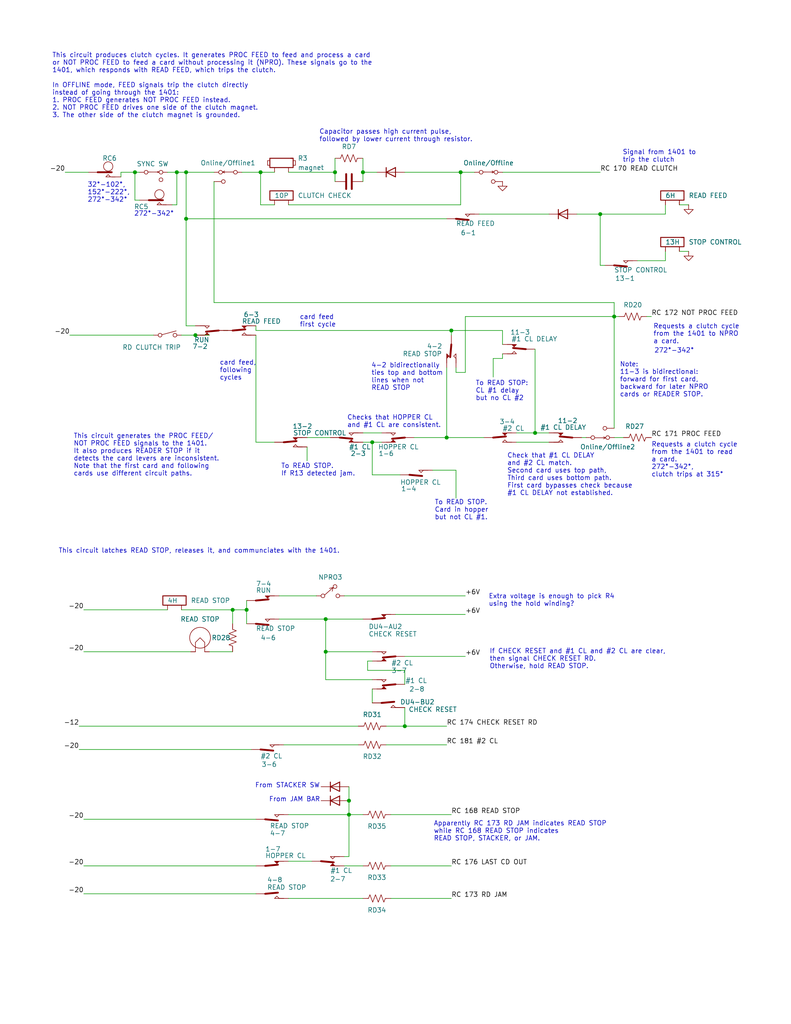
<source format=kicad_sch>
(kicad_sch (version 20231120) (generator "eeschema") (generator_version "8.0")
  (paper "USLetter" portrait)
  (title_block (title "IBM 1402 Clutch, Read Stop") (date "2024-02-26") (rev "0.1") (comment 1 "Ken Shirriff"))
  (lib_symbols
    (symbol "Device:C" (pin_numbers hide) (pin_names (offset 0.254))
      (property "Reference" "C" (at 0.635 2.54 0))
      (property "Value" "C" (at 0.635 -2.54 0))
      (symbol "C_0_1"
        (polyline (pts (xy -2.032 -0.762) (xy 2.032 -0.762)) (stroke (width 0.508)))
        (polyline (pts (xy -2.032 0.762) (xy 2.032 0.762)) (stroke (width 0.508)))
      )
      (symbol "C_1_1"
        (pin passive line (at 0 3.81 270) (length 2.794) (name "~") (number "1"))
        (pin passive line (at 0 -3.81 90) (length 2.794) (name "~") (number "2"))
      )
    )
    (symbol "Device:R_US" (pin_numbers hide) (pin_names (offset 0))
      (property "Reference" "R" (at 2.54 0 90))
      (property "Value" "R_US" (at -2.54 0 90))
      (symbol "R_US_0_1"
        (polyline (pts (xy 0 -2.286) (xy 0 -2.54)))
        (polyline (pts (xy 0 2.286) (xy 0 2.54)))
        (polyline (pts (xy 0 -0.762) (xy 1.016 -1.143) (xy 0 -1.524) (xy -1.016 -1.905) (xy 0 -2.286)))
        (polyline (pts (xy 0 0.762) (xy 1.016 0.381) (xy 0 0) (xy -1.016 -0.381) (xy 0 -0.762)))
        (polyline (pts (xy 0 2.286) (xy 1.016 1.905) (xy 0 1.524) (xy -1.016 1.143) (xy 0 0.762)))
      )
      (symbol "R_US_1_1"
        (pin passive line (at 0 3.81 270) (length 1.27) (name "~") (number "1"))
        (pin passive line (at 0 -3.81 90) (length 1.27) (name "~") (number "2"))
      )
    )
    (symbol "Diode:1N4148W" (pin_numbers hide) (pin_names hide)
      (property "Reference" "D" (at 0 2.54 0))
      (property "Value" "1N4148W" (at 0 -2.54 0))
      (symbol "1N4148W_0_1"
        (polyline (pts (xy -1.27 1.27) (xy -1.27 -1.27)) (stroke (width 0.254)))
        (polyline (pts (xy 1.27 0) (xy -1.27 0)))
        (polyline (pts (xy 1.27 1.27) (xy 1.27 -1.27) (xy -1.27 0) (xy 1.27 1.27)) (stroke (width 0.254)))
      )
      (symbol "1N4148W_1_1"
        (pin passive line (at -3.81 0 0) (length 2.54) (name "K") (number "1"))
        (pin passive line (at 3.81 0 180) (length 2.54) (name "A") (number "2"))
      )
    )
    (symbol "ibm:GND" (power) (pin_names (offset 0))
      (symbol "GND_0_1"
        (polyline (pts (xy 0 0) (xy 0 -1.27) (xy 1.27 -1.27) (xy 0 -2.54) (xy -1.27 -1.27) (xy 0 -1.27)))
      )
      (symbol "GND_1_1"
        (pin passive line (at 0 0 0) (length 0) (name "") (number ""))
      )
    )
    (symbol "ibm:bulb" (pin_numbers hide) (pin_names (offset 0) hide)
      (property "Reference" "B" (at -2.54 5.08 0))
      (property "Value" "bulb" (at -2.54 2.54 0))
      (symbol "bulb_0_1"
        (polyline (pts (xy -1.27 -1.27) (xy -1.27 1.27) (xy 0 2.54) (xy 1.27 1.27) (xy 1.27 -1.27)))
        (circle (center 0 2.54) (radius 2.8398))
      )
      (symbol "bulb_1_1"
        (pin passive line (at -2.54 -1.27 0) (length 1.27) (name "~") (number "1"))
        (pin passive line (at 2.54 -1.27 180) (length 1.27) (name "~") (number "2"))
      )
    )
    (symbol "ibm:cam" (pin_numbers hide) (pin_names (offset 0) hide)
      (symbol "cam_0_0"
        (polyline (pts (xy 8.5632 -1.2675) (xy 6.0232 -1.2675) (xy 6.6582 -0.6325) (xy 7.2932 -1.2675)))
      )
      (symbol "cam_0_1"
        (polyline (pts (xy 3.81 0) (xy 7.62 0)) (stroke (width 0.508)))
        (circle (center 6.6753 1.5881) (radius 1.27))
      )
      (symbol "cam_1_1"
        (pin passive line (at 1.27 0 0) (length 2.54) (name "~") (number "1"))
        (pin passive line (at 10.16 -1.27 180) (length 2.54) (name "~") (number "3"))
      )
    )
    (symbol "ibm:magnet" (pin_numbers hide) (pin_names (offset 0) hide)
      (property "Reference" "R" (at -2.54 5.08 0))
      (property "Value" "magnet" (at -2.54 2.54 0))
      (symbol "magnet_0_1"
        (rectangle (start -3.81 1.27) (end 2.54 -1.27) (stroke (width 0.254)))
        (polyline (pts (xy 1.905 1.27) (xy 2.54 1.27)) (stroke (width 0.254)))
        (polyline (pts (xy -3.81 0.635) (xy -4.445 0.635) (xy -4.445 -0.635) (xy -3.81 -0.635)))
        (polyline (pts (xy 2.54 0.635) (xy 3.175 0.635) (xy 3.175 -0.635) (xy 2.54 -0.635)))
      )
      (symbol "magnet_1_1"
        (pin passive line (at -2.54 -2.54 90) (length 1.27) (name "~") (number "1"))
        (pin passive line (at 1.27 -2.54 90) (length 1.27) (name "~") (number "2"))
      )
    )
    (symbol "ibm:relay-NC" (pin_numbers hide) (pin_names (offset 0) hide)
      (symbol "relay-NC_0_0"
        (polyline (pts (xy 8.89 1.27) (xy 6.35 1.27) (xy 6.985 0.635) (xy 7.62 1.27)) (fill (type outline)))
      )
      (symbol "relay-NC_0_1"
        (polyline (pts (xy 3.81 0) (xy 7.2603 0.3121)) (stroke (width 0.508)))
      )
      (symbol "relay-NC_1_1"
        (pin passive line (at 1.27 0 0) (length 2.54) (name "~") (number "1"))
        (pin passive line (at 10.16 1.27 180) (length 2.54) (name "~") (number "2"))
      )
    )
    (symbol "ibm:relay-NO" (pin_numbers hide) (pin_names (offset 0) hide)
      (symbol "relay-NO_0_0"
        (polyline (pts (xy 8.89 -1.27) (xy 6.35 -1.27) (xy 6.985 -0.635) (xy 7.62 -1.27)))
      )
      (symbol "relay-NO_0_1"
        (polyline (pts (xy 3.81 0) (xy 7.2603 0.3121)) (stroke (width 0.508)))
      )
      (symbol "relay-NO_1_1"
        (pin passive line (at 1.27 0 0) (length 2.54) (name "~") (number "1"))
        (pin passive line (at 10.16 -1.27 180) (length 2.54) (name "~") (number "3"))
      )
    )
    (symbol "ibm:relay-NONC" (pin_numbers hide) (pin_names (offset 0) hide)
      (symbol "relay-NONC_0_0"
        (polyline (pts (xy 8.89 -1.27) (xy 6.35 -1.27) (xy 6.985 -0.635) (xy 7.62 -1.27)))
        (polyline (pts (xy 8.89 1.27) (xy 6.35 1.27) (xy 6.985 0.635) (xy 7.62 1.27)) (fill (type outline)))
      )
      (symbol "relay-NONC_0_1"
        (polyline (pts (xy 3.81 0) (xy 7.2603 0.3121)) (stroke (width 0.508)))
      )
      (symbol "relay-NONC_1_1"
        (pin passive line (at 1.27 0 0) (length 2.54) (name "~") (number "1"))
        (pin passive line (at 10.16 1.27 180) (length 2.54) (name "~") (number "2"))
        (pin passive line (at 10.16 -1.27 180) (length 2.54) (name "~") (number "3"))
      )
    )
    (symbol "ibm:relay-coil" (pin_numbers hide) (pin_names (offset 0) hide)
      (property "Reference" "R" (at -2.54 5.08 0))
      (property "Value" "relay-coil" (at -2.54 2.54 0))
      (symbol "relay-coil_0_1"
        (rectangle (start -3.81 1.27) (end 2.54 -1.27) (stroke (width 0.254)))
        (polyline (pts (xy 1.905 1.27) (xy 2.54 1.27)) (stroke (width 0.254)))
      )
      (symbol "relay-coil_1_1"
        (pin passive line (at -2.54 -2.54 90) (length 1.27) (name "~") (number "1"))
        (pin passive line (at 1.27 -2.54 90) (length 1.27) (name "~") (number "2"))
      )
    )
    (symbol "ibm:switch" (pin_names (offset 0) hide)
      (property "Reference" "SW" (at 0 3.81 0))
      (symbol "switch_0_0"
        (circle (center -2.032 0) (radius 0.508))
        (polyline (pts (xy -1.524 0.127) (xy 2.3622 1.1684)))
        (circle (center 2.032 0) (radius 0.508))
      )
      (symbol "switch_0_1"
        (polyline (pts (xy -3.81 0) (xy -2.54 0)))
        (polyline (pts (xy 3.81 0) (xy 2.54 0)))
      )
      (symbol "switch_1_1"
        (pin passive line (at -3.81 0 0) (length 0) (name "~") (number ""))
        (pin passive line (at 3.81 0 180) (length 0) (name "~") (number ""))
      )
    )
    (symbol "ibm:switch-NO"
      (property "Reference" "U" (at 0 0 0))
      (symbol "switch-NO_0_0"
        (circle (center -2.032 0) (radius 0.508))
        (polyline (pts (xy -1.5529 0.2315) (xy 0.762 2.286)))
        (circle (center 1.27 2.54) (radius 0.508))
        (circle (center 2.032 0) (radius 0.508))
      )
      (symbol "switch-NO_0_1"
        (polyline (pts (xy -3.81 0) (xy -2.54 0)))
        (polyline (pts (xy 0.762 2.286) (xy -0.254 2.032)))
        (polyline (pts (xy 0.762 2.286) (xy 0.508 1.27)))
        (polyline (pts (xy 3.81 0) (xy 2.54 0)))
      )
      (symbol "switch-NO_1_1"
        (pin passive line (at -3.81 0 0) (length 0) (name "~") (number ""))
        (pin passive line (at 3.81 0 180) (length 0) (name "~") (number ""))
      )
    )
    (symbol "ibm:switch_NC" (pin_names (offset 0) hide)
      (property "Reference" "SW" (at 0 3.81 0))
      (symbol "switch_NC_0_0"
        (circle (center -2.032 0) (radius 0.508))
        (polyline (pts (xy -1.522 0.0565) (xy 1.4768 0.051)))
        (circle (center 2.0255 -2.0414) (radius 0.508))
        (circle (center 2.032 0) (radius 0.508))
      )
      (symbol "switch_NC_0_1"
        (polyline (pts (xy -3.81 0) (xy -2.54 0)))
        (polyline (pts (xy 3.81 0) (xy 2.54 0)))
      )
      (symbol "switch_NC_1_1"
        (polyline (pts (xy 1.1261 -0.1247) (xy 1.3933 0.0233)))
        (polyline (pts (xy 1.1261 0.2317) (xy 1.3933 0.0837)))
        (pin passive line (at -3.81 0 0) (length 0) (name "~") (number ""))
        (pin passive line (at 3.81 0 180) (length 0) (name "~") (number ""))
      )
    )
    (symbol "switch_NONC_1" (pin_names (offset 0) hide)
      (property "Reference" "SW" (at 0 3.81 0))
      (symbol "switch_NONC_1_0_0"
        (circle (center -2.032 0) (radius 0.508))
        (polyline (pts (xy -1.522 0.0565) (xy 1.4768 0.051)))
        (circle (center 1.27 -2.54) (radius 0.508))
        (circle (center 2.032 0) (radius 0.508))
      )
      (symbol "switch_NONC_1_0_1"
        (polyline (pts (xy -3.81 0) (xy -2.54 0)))
        (polyline (pts (xy 3.81 -2.54) (xy 1.8373 -2.5335)))
        (polyline (pts (xy 3.81 0) (xy 2.54 0)))
      )
      (symbol "switch_NONC_1_1_1"
        (polyline (pts (xy 0.9317 -0.2097) (xy 1.3933 0.0233)))
        (polyline (pts (xy 0.9317 0.3599) (xy 1.3933 0.0837)))
        (pin passive line (at -3.81 0 0) (length 0) (name "~") (number ""))
        (pin passive line (at 3.81 -2.54 180) (length 0) (name "~") (number ""))
        (pin passive line (at 3.81 0 180) (length 0) (name "~") (number ""))
      )
    )
  )
  (junction (at 63.5 166.37))
  (junction (at 125.73 46.99))
  (junction (at 95.25 218.44))
  (junction (at 163.83 58.42))
  (junction (at 99.06 46.99))
  (junction (at 123.19 90.17))
  (junction (at 146.05 118.11))
  (junction (at 48.26 46.99))
  (junction (at 88.9 177.8))
  (junction (at 110.49 198.12))
  (junction (at 167.64 86.36))
  (junction (at 71.12 46.99))
  (junction (at 53.34 91.44))
  (junction (at 95.25 222.25))
  (junction (at 101.6 120.65))
  (junction (at 50.8 59.69))
  (junction (at 67.31 166.37))
  (junction (at 50.8 46.99))
  (junction (at 88.9 168.91))
  (junction (at 91.44 46.99))
  (junction (at 36.83 46.99))
  (junction (at 121.92 119.38))
  (wire (pts (xy 149.86 120.65) (xy 140.97 120.65)))
  (wire (pts (xy 19.05 91.44) (xy 41.91 91.44)))
  (wire (pts (xy 69.85 120.65) (xy 74.93 120.65)))
  (wire (pts (xy 93.98 233.68) (xy 95.25 233.68)))
  (wire (pts (xy 50.8 59.69) (xy 121.92 59.69)))
  (wire (pts (xy 93.98 236.22) (xy 99.06 236.22)))
  (wire (pts (xy 167.64 86.36) (xy 167.64 116.84)))
  (wire (pts (xy 125.73 46.99) (xy 125.73 55.88)))
  (wire (pts (xy 78.74 234.95) (xy 85.09 234.95)))
  (wire (pts (xy 33.02 46.99) (xy 33.02 48.26)))
  (wire (pts (xy 76.2 168.91) (xy 88.9 168.91)))
  (wire (pts (xy 49.53 166.37) (xy 63.5 166.37)))
  (wire (pts (xy 110.49 179.07) (xy 127 179.07)))
  (wire (pts (xy 137.16 97.79) (xy 134.62 97.79)))
  (wire (pts (xy 127 101.6) (xy 124.46 101.6)))
  (wire (pts (xy 137.16 46.99) (xy 163.83 46.99)))
  (wire (pts (xy 22.86 223.52) (xy 69.85 223.52)))
  (wire (pts (xy 77.47 203.2) (xy 97.79 203.2)))
  (wire (pts (xy 163.83 58.42) (xy 163.83 72.39)))
  (wire (pts (xy 121.92 100.33) (xy 121.92 119.38)))
  (wire (pts (xy 21.59 204.47) (xy 68.58 204.47)))
  (wire (pts (xy 45.72 46.99) (xy 48.26 46.99)))
  (wire (pts (xy 53.34 88.9) (xy 50.8 88.9)))
  (wire (pts (xy 110.49 182.88) (xy 110.49 186.69)))
  (wire (pts (xy 99.06 46.99) (xy 102.87 46.99)))
  (wire (pts (xy 167.64 82.55) (xy 58.42 82.55)))
  (wire (pts (xy 88.9 185.42) (xy 101.6 185.42)))
  (wire (pts (xy 106.68 236.22) (xy 123.19 236.22)))
  (wire (pts (xy 99.06 46.99) (xy 99.06 49.53)))
  (wire (pts (xy 146.05 118.11) (xy 149.86 118.11)))
  (wire (pts (xy 137.16 90.17) (xy 137.16 93.98)))
  (wire (pts (xy 83.82 119.38) (xy 90.17 119.38)))
  (wire (pts (xy 100.33 180.34) (xy 101.6 180.34)))
  (wire (pts (xy 58.42 82.55) (xy 58.42 49.53)))
  (wire (pts (xy 69.85 90.17) (xy 69.85 88.9)))
  (wire (pts (xy 99.06 118.11) (xy 104.14 118.11)))
  (wire (pts (xy 57.15 177.8) (xy 63.5 177.8)))
  (wire (pts (xy 127 86.36) (xy 167.64 86.36)))
  (wire (pts (xy 99.06 43.18) (xy 99.06 46.99)))
  (wire (pts (xy 36.83 46.99) (xy 38.1 46.99)))
  (wire (pts (xy 101.6 129.54) (xy 109.22 129.54)))
  (wire (pts (xy 49.53 91.44) (xy 53.34 91.44)))
  (wire (pts (xy 110.49 46.99) (xy 125.73 46.99)))
  (wire (pts (xy 88.9 177.8) (xy 101.6 177.8)))
  (wire (pts (xy 100.33 182.88) (xy 100.33 180.34)))
  (wire (pts (xy 78.74 245.11) (xy 99.06 245.11)))
  (wire (pts (xy 62.23 90.17) (xy 60.96 90.17)))
  (wire (pts (xy 48.26 46.99) (xy 50.8 46.99)))
  (wire (pts (xy 167.64 86.36) (xy 168.91 86.36)))
  (wire (pts (xy 185.42 68.58) (xy 187.96 68.58)))
  (wire (pts (xy 50.8 46.99) (xy 58.42 46.99)))
  (wire (pts (xy 124.46 101.6) (xy 124.46 100.33)))
  (wire (pts (xy 125.73 46.99) (xy 129.54 46.99)))
  (wire (pts (xy 118.11 128.27) (xy 124.46 128.27)))
  (wire (pts (xy 50.8 59.69) (xy 50.8 88.9)))
  (wire (pts (xy 53.34 91.44) (xy 57.15 91.44)))
  (wire (pts (xy 95.25 222.25) (xy 95.25 233.68)))
  (wire (pts (xy 95.25 214.63) (xy 95.25 218.44)))
  (wire (pts (xy 22.86 243.84) (xy 69.85 243.84)))
  (wire (pts (xy 176.53 86.36) (xy 177.8 86.36)))
  (wire (pts (xy 137.16 96.52) (xy 137.16 97.79)))
  (wire (pts (xy 22.86 177.8) (xy 52.07 177.8)))
  (wire (pts (xy 181.61 68.58) (xy 181.61 71.12)))
  (wire (pts (xy 146.05 118.11) (xy 146.05 95.25)))
  (wire (pts (xy 99.06 120.65) (xy 101.6 120.65)))
  (wire (pts (xy 134.62 97.79) (xy 134.62 102.87)))
  (wire (pts (xy 95.25 218.44) (xy 95.25 222.25)))
  (wire (pts (xy 163.83 58.42) (xy 181.61 58.42)))
  (wire (pts (xy 76.2 162.56) (xy 86.36 162.56)))
  (wire (pts (xy 78.74 222.25) (xy 95.25 222.25)))
  (wire (pts (xy 63.5 166.37) (xy 67.31 166.37)))
  (wire (pts (xy 91.44 43.18) (xy 91.44 46.99)))
  (wire (pts (xy 66.04 46.99) (xy 71.12 46.99)))
  (wire (pts (xy 22.86 236.22) (xy 69.85 236.22)))
  (wire (pts (xy 69.85 90.17) (xy 123.19 90.17)))
  (wire (pts (xy 130.81 58.42) (xy 149.86 58.42)))
  (wire (pts (xy 106.68 245.11) (xy 123.19 245.11)))
  (wire (pts (xy 83.82 125.73) (xy 83.82 121.92)))
  (wire (pts (xy 121.92 119.38) (xy 113.03 119.38)))
  (wire (pts (xy 46.99 55.88) (xy 48.26 55.88)))
  (wire (pts (xy 78.74 55.88) (xy 125.73 55.88)))
  (wire (pts (xy 158.75 119.38) (xy 160.02 119.38)))
  (wire (pts (xy 105.41 203.2) (xy 121.92 203.2)))
  (wire (pts (xy 88.9 168.91) (xy 88.9 177.8)))
  (wire (pts (xy 100.33 182.88) (xy 110.49 182.88)))
  (wire (pts (xy 93.98 162.56) (xy 127 162.56)))
  (wire (pts (xy 167.64 86.36) (xy 167.64 82.55)))
  (wire (pts (xy 95.25 222.25) (xy 99.06 222.25)))
  (wire (pts (xy 71.12 55.88) (xy 74.93 55.88)))
  (wire (pts (xy 124.46 128.27) (xy 124.46 135.89)))
  (wire (pts (xy 63.5 166.37) (xy 63.5 170.18)))
  (wire (pts (xy 48.26 46.99) (xy 48.26 55.88)))
  (wire (pts (xy 69.85 91.44) (xy 69.85 120.65)))
  (wire (pts (xy 140.97 118.11) (xy 146.05 118.11)))
  (wire (pts (xy 78.74 46.99) (xy 91.44 46.99)))
  (wire (pts (xy 127 86.36) (xy 127 101.6)))
  (wire (pts (xy 91.44 46.99) (xy 91.44 49.53)))
  (wire (pts (xy 101.6 187.96) (xy 101.6 191.77)))
  (wire (pts (xy 185.42 55.88) (xy 187.96 55.88)))
  (wire (pts (xy 181.61 55.88) (xy 181.61 58.42)))
  (wire (pts (xy 105.41 198.12) (xy 110.49 198.12)))
  (wire (pts (xy 101.6 120.65) (xy 104.14 120.65)))
  (wire (pts (xy 50.8 46.99) (xy 50.8 59.69)))
  (wire (pts (xy 106.68 222.25) (xy 123.19 222.25)))
  (wire (pts (xy 101.6 120.65) (xy 101.6 129.54)))
  (wire (pts (xy 88.9 177.8) (xy 88.9 185.42)))
  (wire (pts (xy 110.49 193.04) (xy 110.49 198.12)))
  (wire (pts (xy 157.48 58.42) (xy 163.83 58.42)))
  (wire (pts (xy 33.02 46.99) (xy 36.83 46.99)))
  (wire (pts (xy 167.64 119.38) (xy 170.18 119.38)))
  (wire (pts (xy 165.1 72.39) (xy 163.83 72.39)))
  (wire (pts (xy 110.49 198.12) (xy 121.92 198.12)))
  (wire (pts (xy 21.59 198.12) (xy 97.79 198.12)))
  (wire (pts (xy 123.19 91.44) (xy 123.19 90.17)))
  (wire (pts (xy 17.78 46.99) (xy 24.13 46.99)))
  (wire (pts (xy 173.99 71.12) (xy 181.61 71.12)))
  (wire (pts (xy 88.9 168.91) (xy 99.06 168.91)))
  (wire (pts (xy 132.08 119.38) (xy 121.92 119.38)))
  (wire (pts (xy 107.95 167.64) (xy 127 167.64)))
  (wire (pts (xy 36.83 46.99) (xy 36.83 54.61)))
  (wire (pts (xy 74.93 46.99) (xy 71.12 46.99)))
  (wire (pts (xy 71.12 46.99) (xy 71.12 55.88)))
  (wire (pts (xy 22.86 166.37) (xy 45.72 166.37)))
  (wire (pts (xy 36.83 54.61) (xy 38.1 54.61)))
  (wire (pts (xy 123.19 90.17) (xy 137.16 90.17)))
  (wire (pts (xy 67.31 163.83) (xy 67.31 166.37)))
  (wire (pts (xy 67.31 166.37) (xy 67.31 170.18)))
  (text "32°-102°,\n152°-222°,\n272°-342°" (at 23.876 52.578 0) (effects (font (size 1.27 1.27)) (justify left)))
  (text "Signal from 1401 to\ntrip the clutch" (at 169.926 42.672 0) (effects (font (size 1.27 1.27)) (justify left)))
  (text "Requests a clutch cycle\nfrom the 1401 to read\na card.\n272°-342°,\nclutch trips at 315°" (at 177.8 125.476 0) (effects (font (size 1.27 1.27)) (justify left)))
  (text "This circuit generates the PROC FEED/\nNOT PROC FEED signals to the 1401.\nIt also produces READER STOP if it\ndetects the card levers are inconsistent.\nNote that the first card and following\ncards use different circuit paths." (at 20.066 130.048 0) (effects (font (size 1.27 1.27)) (justify left bottom)))
  (text "Apparently RC 173 RD JAM indicates READ STOP\nwhile RC 168 READ STOP indicates\nREAD STOP, STACKER, or JAM." (at 118.364 226.822 0) (effects (font (size 1.27 1.27)) (justify left)))
  (text "Capacitor passes high current pulse,\nfollowed by lower current through resistor." (at 87.122 37.084 0) (effects (font (size 1.27 1.27)) (justify left)))
  (text "Extra voltage is enough to pick R4\nusing the hold winding?" (at 133.35 163.83 0) (effects (font (size 1.27 1.27)) (justify left)))
  (text "This circuit latches READ STOP, releases it, and communciates with the 1401." (at 54.356 150.368 0) (effects (font (size 1.27 1.27))))
  (text "Checks that HOPPER CL\nand #1 CL are consistent." (at 94.742 115.062 0) (effects (font (size 1.27 1.27)) (justify left)))
  (text "This circuit produces clutch cycles. It generates PROC FEED to feed and process a card\nor NOT PROC FEED to feed a card without processing it (NPRO). These signals go to the\n1401, which responds with READ FEED, which trips the clutch.\n\nIn OFFLINE mode, FEED signals trip the clutch directly\ninstead of going through the 1401:\n1. PROC FEED generates NOT PROC FEED instead.\n2. NOT PROC FEED drives one side of the clutch magnet.\n3. The other side of the clutch magnet is grounded." (at 14.224 23.368 0) (effects (font (size 1.27 1.27)) (justify left)))
  (text "From STACKER SW" (at 69.596 214.376 0) (effects (font (size 1.27 1.27)) (justify left)))
  (text "If CHECK RESET and #1 CL and #2 CL are clear,\nthen signal CHECK RESET RD.\nOtherwise, hold READ STOP." (at 133.604 179.832 0) (effects (font (size 1.27 1.27)) (justify left)))
  (text "272°-342°" (at 36.576 58.42 0) (effects (font (size 1.27 1.27)) (justify left)))
  (text "Note:\n11-3 is bidirectional:\nforward for first card,\nbackward for later NPRO\ncards or READER STOP." (at 169.164 103.632 0) (effects (font (size 1.27 1.27)) (justify left)))
  (text "272°-342°" (at 178.562 95.758 0) (effects (font (size 1.27 1.27)) (justify left)))
  (text "To READ STOP.\nIf R13 detected jam." (at 76.708 130.048 0) (effects (font (size 1.27 1.27)) (justify left bottom)))
  (text "Check that #1 CL DELAY\nand #2 CL match.\nSecond card uses top path,\nThird card uses bottom path.\nFirst card bypasses check because\n#1 CL DELAY not established." (at 138.43 135.382 0) (effects (font (size 1.27 1.27)) (justify left bottom)))
  (text "To READ STOP.\nCard in hopper\nbut not CL #1.\n" (at 118.618 141.986 0) (effects (font (size 1.27 1.27)) (justify left bottom)))
  (text "From JAM BAR" (at 73.406 218.186 0) (effects (font (size 1.27 1.27)) (justify left)))
  (text "card feed\nfirst cycle\n" (at 81.788 89.408 0) (effects (font (size 1.27 1.27)) (justify left bottom)))
  (text "4-2 bidirectionally\nties top and bottom\nlines when not\nREAD STOP\n" (at 101.346 102.87 0) (effects (font (size 1.27 1.27)) (justify left)))
  (text "To READ STOP:\nCL #1 delay\nbut no CL #2" (at 129.794 109.474 0) (effects (font (size 1.27 1.27)) (justify left bottom)))
  (text "Requests a clutch cycle\nfrom the 1401 to NPRO\na card." (at 178.308 91.186 0) (effects (font (size 1.27 1.27)) (justify left)))
  (text "card feed,\nfollowing\ncycles" (at 59.944 103.886 0) (effects (font (size 1.27 1.27)) (justify left bottom)))
  (label "-20" (at 22.86 166.37 180))
  (label "+6V" (at 127 162.56 0))
  (label "+6V" (at 127 179.07 0))
  (label "RC 171 PROC FEED" (at 177.8 119.38 0))
  (label "RC 172 NOT PROC FEED" (at 177.8 86.36 0))
  (label "RC 170 READ CLUTCH" (at 163.83 46.99 0))
  (label "-20" (at 22.86 236.22 180))
  (label "RC 174 CHECK RESET RD" (at 121.92 198.12 0))
  (label "RC 181 #2 CL" (at 121.92 203.2 0))
  (label "+6V" (at 127 167.64 0))
  (label "RC 176 LAST CD OUT" (at 123.19 236.22 0))
  (label "-12" (at 21.59 198.12 180))
  (label "RC 168 READ STOP" (at 123.19 222.25 0))
  (label "-20" (at 19.05 91.44 180))
  (label "-20" (at 17.78 46.99 180))
  (label "-20" (at 21.59 204.47 180))
  (label "RC 173 RD JAM" (at 123.19 245.11 0))
  (label "-20" (at 22.86 243.84 180))
  (label "-20" (at 22.86 223.52 180))
  (label "-20" (at 22.86 177.8 180))
  (symbol (lib_id "ibm:relay-NONC") (at 88.9 119.38 0) (mirror x) (unit 1)
    (property "Reference" "2-3" (at 97.79 124.46 0) (effects (justify top)))
    (property "Value" "#1 CL" (at 95.25 121.92 0) (effects (justify left)))
  )
  (symbol (lib_id "ibm:switch_NC") (at 41.91 46.99 0) (unit 1)
    (property "Reference" "SW1" (effects (hide yes)))
    (property "Value" "SYNC SW" (at 41.656 44.704 0))
  )
  (symbol (lib_id "Device:R_US") (at 101.6 198.12 90) (unit 1)
    (property "Reference" "RD31" (at 101.6 194.945 90))
    (property "Value" "R_US" (effects (hide yes)))
  )
  (symbol (lib_id "ibm:relay-NO") (at 100.33 191.77 0) (unit 1)
    (property "Reference" "DU4-BU2" (at 109.22 191.516 0) (effects (justify left)))
    (property "Value" "CHECK RESET" (at 111.506 193.548 0) (effects (justify left)))
  )
  (symbol (lib_id "ibm:magnet") (at 77.47 44.45 0) (unit 1)
    (property "Reference" "R3" (at 81.28 43.1799 0) (effects (justify left)))
    (property "Value" "magnet" (at 81.28 45.7199 0) (effects (justify left)))
  )
  (symbol (lib_id "Device:R_US") (at 95.25 43.18 90) (unit 1)
    (property "Reference" "RD7" (at 95.25 40.005 90))
    (property "Value" "R_US" (effects (hide yes)))
  )
  (symbol (lib_id "ibm:relay-NO") (at 163.83 72.39 0) (mirror x) (unit 1)
    (property "Reference" "13-1" (at 167.894 75.946 0) (effects (justify left)))
    (property "Value" "STOP CONTROL" (at 167.64 73.66 0) (effects (justify left)))
  )
  (symbol (lib_id "ibm:relay-NO") (at 120.65 59.69 0) (mirror x) (unit 1)
    (property "Reference" "6-1" (at 125.73 63.5 0) (effects (justify left)))
    (property "Value" "READ FEED" (at 124.46 60.96 0) (effects (justify left)))
  )
  (symbol (lib_id "ibm:bulb") (at 54.61 176.53 0) (unit 1)
    (property "Reference" "B2" (effects (hide yes)))
    (property "Value" "READ STOP" (at 54.61 168.91 0))
  )
  (symbol (lib_id "ibm:relay-NONC") (at 73.66 120.65 0) (unit 1)
    (property "Reference" "13-2" (at 82.55 115.57 0) (effects (justify top)))
    (property "Value" "STOP CONTROL" (at 80.01 118.11 0) (effects (justify left)))
  )
  (symbol (lib_id "ibm:relay-NONC") (at 83.82 234.95 0) (mirror x) (unit 1)
    (property "Reference" "2-7" (at 92.202 240.538 0) (effects (justify top)))
    (property "Value" "#1 CL" (at 90.17 237.49 0) (effects (justify left)))
  )
  (symbol (lib_name "switch_NONC_1") (lib_id "ibm:switch_NONC") (at 133.35 46.99 0) (unit 1)
    (property "Reference" "Online/Offline" (at 133.35 44.45 0))
    (property "Value" "switch" (effects (hide yes)))
  )
  (symbol (lib_id "Device:R_US") (at 102.87 245.11 270) (unit 1)
    (property "Reference" "RD34" (at 102.87 248.285 90))
    (property "Value" "R_US" (effects (hide yes)))
  )
  (symbol (lib_id "Diode:1N4148W") (at 91.44 218.44 0) (unit 1)
    (property "Reference" "RD30" (effects (hide yes)))
    (property "Value" "1N4148W" (effects (hide yes)))
    (property "Footprint" "Diode_SMD:D_SOD-123" (effects (hide yes)))
    (property "Datasheet" "https://www.vishay.com/docs/85748/1n4148w.pdf" (effects (hide yes)))
    (property "Sim.Device" "D" (effects (hide yes)))
    (property "Sim.Pins" "1=K 2=A" (effects (hide yes)))
  )
  (symbol (lib_id "ibm:switch") (at 45.72 91.44 0) (unit 1)
    (property "Reference" "SW2" (effects (hide yes)))
    (property "Value" "RD CLUTCH TRIP" (at 41.402 94.742 0))
  )
  (symbol (lib_id "ibm:relay-NONC") (at 147.32 95.25 0) (mirror y) (unit 1)
    (property "Reference" "11-3" (at 141.986 89.916 0) (effects (justify top)))
    (property "Value" "#1 CL DELAY" (at 152.146 92.456 0) (effects (justify left)))
  )
  (symbol (lib_id "ibm:GND") (at 137.16 49.53 0) (unit 1)
    (property "Reference" "#PWR025" (effects (hide yes)))
    (property "Value" "GND" (effects (hide yes)))
  )
  (symbol (lib_id "Device:R_US") (at 102.87 222.25 270) (unit 1)
    (property "Reference" "RD35" (at 102.87 225.425 90))
    (property "Value" "R_US" (effects (hide yes)))
  )
  (symbol (lib_id "ibm:relay-NO") (at 67.31 204.47 0) (mirror x) (unit 1)
    (property "Reference" "3-6" (at 71.374 208.534 0) (effects (justify left)))
    (property "Value" "#2 CL" (at 71.12 206.248 0) (effects (justify left)))
  )
  (symbol (lib_id "ibm:switch-NO") (at 90.17 162.56 0) (unit 1)
    (property "Reference" "NPRO3" (at 90.17 157.48 0))
    (property "Value" "~" (at 90.17 157.48 0))
  )
  (symbol (lib_id "ibm:cam") (at 36.83 54.61 0) (unit 1)
    (property "Reference" "RC5" (at 36.576 56.388 0) (effects (justify left)))
  )
  (symbol (lib_id "ibm:GND") (at 187.96 55.88 0) (unit 1)
    (property "Reference" "#PWR022" (effects (hide yes)))
    (property "Value" "GND" (effects (hide yes)))
  )
  (symbol (lib_id "ibm:relay-NO") (at 107.95 129.54 0) (mirror x) (unit 1)
    (property "Reference" "1-4" (at 109.474 133.35 0) (effects (justify left)))
    (property "Value" "HOPPER CL" (at 109.22 131.572 0) (effects (justify left)))
  )
  (symbol (lib_id "ibm:relay-NONC") (at 111.76 186.69 180) (unit 1)
    (property "Reference" "2-8" (at 113.792 188.722 0) (effects (justify top)))
    (property "Value" "#1 CL" (at 116.586 185.674 0) (effects (justify left)))
  )
  (symbol (lib_id "Device:R_US") (at 63.5 173.99 180) (unit 1)
    (property "Reference" "RD28" (at 60.325 173.99 0))
    (property "Value" "R_US" (effects (hide yes)))
  )
  (symbol (lib_id "Device:R_US") (at 172.72 86.36 90) (unit 1)
    (property "Reference" "RD20" (at 172.72 83.185 90))
    (property "Value" "R_US" (effects (hide yes)))
  )
  (symbol (lib_id "Diode:1N4148W") (at 106.68 46.99 0) (unit 1)
    (property "Reference" "RD8" (effects (hide yes)))
    (property "Value" "1N4148W" (effects (hide yes)))
    (property "Footprint" "Diode_SMD:D_SOD-123" (effects (hide yes)))
    (property "Datasheet" "https://www.vishay.com/docs/85748/1n4148w.pdf" (effects (hide yes)))
    (property "Sim.Device" "D" (effects (hide yes)))
    (property "Sim.Pins" "1=K 2=A" (effects (hide yes)))
  )
  (symbol (lib_id "ibm:relay-NC") (at 66.04 163.83 0) (unit 1)
    (property "Reference" "7-4" (at 69.85 159.258 0) (effects (justify left)))
    (property "Value" "RUN" (at 69.85 161.036 0) (effects (justify left)))
  )
  (symbol (lib_id "ibm:relay-NC") (at 97.79 168.91 0) (unit 1)
    (property "Reference" "DU4-AU2" (at 100.584 170.942 0) (effects (justify left)))
    (property "Value" "CHECK RESET" (at 100.584 172.974 0) (effects (justify left)))
  )
  (symbol (lib_id "ibm:GND") (at 187.96 68.58 0) (unit 1)
    (property "Reference" "#PWR023" (effects (hide yes)))
    (property "Value" "GND" (effects (hide yes)))
  )
  (symbol (lib_id "ibm:cam") (at 22.86 46.99 0) (unit 1)
    (property "Reference" "RC6" (at 27.94 43.18 0) (effects (justify left)))
  )
  (symbol (lib_id "ibm:relay-coil") (at 48.26 163.83 0) (unit 1)
    (property "Reference" "4H" (at 45.72 163.83 0) (effects (justify left)))
    (property "Value" "READ STOP" (at 52.07 163.83 0) (effects (justify left)))
  )
  (symbol (lib_id "Device:C") (at 95.25 49.53 90) (unit 1)
    (property "Reference" "C3" (effects (hide yes)))
    (property "Value" "C" (effects (hide yes)))
  )
  (symbol (lib_id "ibm:relay-NC") (at 68.58 236.22 0) (unit 1)
    (property "Reference" "1-7" (at 72.39 231.648 0) (effects (justify left)))
    (property "Value" "HOPPER CL" (at 72.39 233.426 0) (effects (justify left)))
  )
  (symbol (lib_id "ibm:relay-NONC") (at 111.76 179.07 180) (unit 1)
    (property "Reference" "3-7" (at 108.966 183.642 0) (effects (justify top)))
    (property "Value" "#2 CL" (at 112.776 180.848 0) (effects (justify left)))
  )
  (symbol (lib_name "switch_NONC_1") (lib_id "ibm:switch_NONC") (at 163.83 119.38 0) (mirror x) (unit 1)
    (property "Reference" "Online/Offline2" (at 165.862 121.92 0))
    (property "Value" "switch" (effects (hide yes)))
  )
  (symbol (lib_name "switch_NONC_1") (lib_id "ibm:switch_NONC") (at 62.23 46.99 0) (mirror y) (unit 1)
    (property "Reference" "Online/Offline1" (at 62.23 44.45 0))
    (property "Value" "switch" (effects (hide yes)))
  )
  (symbol (lib_id "Diode:1N4148W") (at 153.67 58.42 0) (unit 1)
    (property "Reference" "RD2" (effects (hide yes)))
    (property "Value" "1N4148W" (effects (hide yes)))
    (property "Footprint" "Diode_SMD:D_SOD-123" (effects (hide yes)))
    (property "Datasheet" "https://www.vishay.com/docs/85748/1n4148w.pdf" (effects (hide yes)))
    (property "Sim.Device" "D" (effects (hide yes)))
    (property "Sim.Pins" "1=K 2=A" (effects (hide yes)))
  )
  (symbol (lib_id "ibm:relay-NONC") (at 160.02 119.38 0) (mirror y) (unit 1)
    (property "Reference" "11-2" (at 154.94 114.046 0) (effects (justify top)))
    (property "Value" "#1 CL DELAY" (at 160.02 116.586 0) (effects (justify left)))
  )
  (symbol (lib_id "ibm:relay-NONC") (at 114.3 119.38 180) (unit 1)
    (property "Reference" "1-6" (at 105.41 124.46 0) (effects (justify top)))
    (property "Value" "HOPPER CL" (at 114.3 121.92 0) (effects (justify left)))
  )
  (symbol (lib_id "Device:R_US") (at 173.99 119.38 90) (unit 1)
    (property "Reference" "RD27" (at 173.228 116.332 90))
    (property "Value" "R_US" (effects (hide yes)))
  )
  (symbol (lib_id "ibm:relay-NONC") (at 130.81 119.38 0) (unit 1)
    (property "Reference" "3-4" (at 138.43 114.3 0) (effects (justify top)))
    (property "Value" "#2 CL" (at 137.16 116.84 0) (effects (justify left)))
  )
  (symbol (lib_id "ibm:relay-NONC") (at 63.5 90.17 180) (unit 1)
    (property "Reference" "7-2" (at 54.61 95.25 0) (effects (justify top)))
    (property "Value" "RUN" (at 57.15 92.71 0) (effects (justify left)))
  )
  (symbol (lib_id "ibm:relay-coil") (at 77.47 53.34 0) (unit 1)
    (property "Reference" "10P" (at 74.93 53.34 0) (effects (justify left)))
    (property "Value" "CLUTCH CHECK" (at 81.28 53.34 0) (effects (justify left)))
  )
  (symbol (lib_id "ibm:relay-NO") (at 66.04 170.18 0) (mirror x) (unit 1)
    (property "Reference" "4-6" (at 71.12 173.99 0) (effects (justify left)))
    (property "Value" "READ STOP" (at 69.85 171.45 0) (effects (justify left)))
  )
  (symbol (lib_id "Diode:1N4148W") (at 91.44 214.63 0) (unit 1)
    (property "Reference" "RD29" (effects (hide yes)))
    (property "Value" "1N4148W" (effects (hide yes)))
    (property "Footprint" "Diode_SMD:D_SOD-123" (effects (hide yes)))
    (property "Datasheet" "https://www.vishay.com/docs/85748/1n4148w.pdf" (effects (hide yes)))
    (property "Sim.Device" "D" (effects (hide yes)))
    (property "Sim.Pins" "1=K 2=A" (effects (hide yes)))
  )
  (symbol (lib_id "ibm:relay-NO") (at 68.58 223.52 0) (mirror x) (unit 1)
    (property "Reference" "4-7" (at 73.66 227.33 0) (effects (justify left)))
    (property "Value" "READ STOP" (at 73.66 225.298 0) (effects (justify left)))
  )
  (symbol (lib_id "ibm:relay-NONC") (at 123.19 90.17 90) (mirror x) (unit 1)
    (property "Reference" "4-2" (at 118.618 93.726 90) (effects (justify top)))
    (property "Value" "READ STOP" (at 120.65 96.52 90) (effects (justify left)))
  )
  (symbol (lib_id "ibm:relay-coil") (at 184.15 53.34 0) (unit 1)
    (property "Reference" "6H" (at 181.61 53.34 0) (effects (justify left)))
    (property "Value" "READ FEED" (at 187.96 53.34 0) (effects (justify left)))
  )
  (symbol (lib_id "ibm:relay-NONC") (at 59.69 90.17 0) (unit 1)
    (property "Reference" "6-3" (at 68.58 85.09 0) (effects (justify top)))
    (property "Value" "READ FEED" (at 66.04 87.63 0) (effects (justify left)))
  )
  (symbol (lib_id "Device:R_US") (at 101.6 203.2 270) (unit 1)
    (property "Reference" "RD32" (at 101.6 206.375 90))
    (property "Value" "R_US" (effects (hide yes)))
  )
  (symbol (lib_id "Device:R_US") (at 102.87 236.22 270) (unit 1)
    (property "Reference" "RD33" (at 102.87 239.395 90))
    (property "Value" "R_US" (effects (hide yes)))
  )
  (symbol (lib_id "ibm:relay-coil") (at 184.15 66.04 0) (unit 1)
    (property "Reference" "13H" (at 181.61 66.04 0) (effects (justify left)))
    (property "Value" "STOP CONTROL" (at 187.96 66.04 0) (effects (justify left)))
  )
  (symbol (lib_id "ibm:relay-NO") (at 68.58 243.84 0) (unit 1)
    (property "Reference" "4-8" (at 72.898 240.03 0) (effects (justify left)))
    (property "Value" "READ STOP" (at 72.898 242.062 0) (effects (justify left)))
  )
)
</source>
